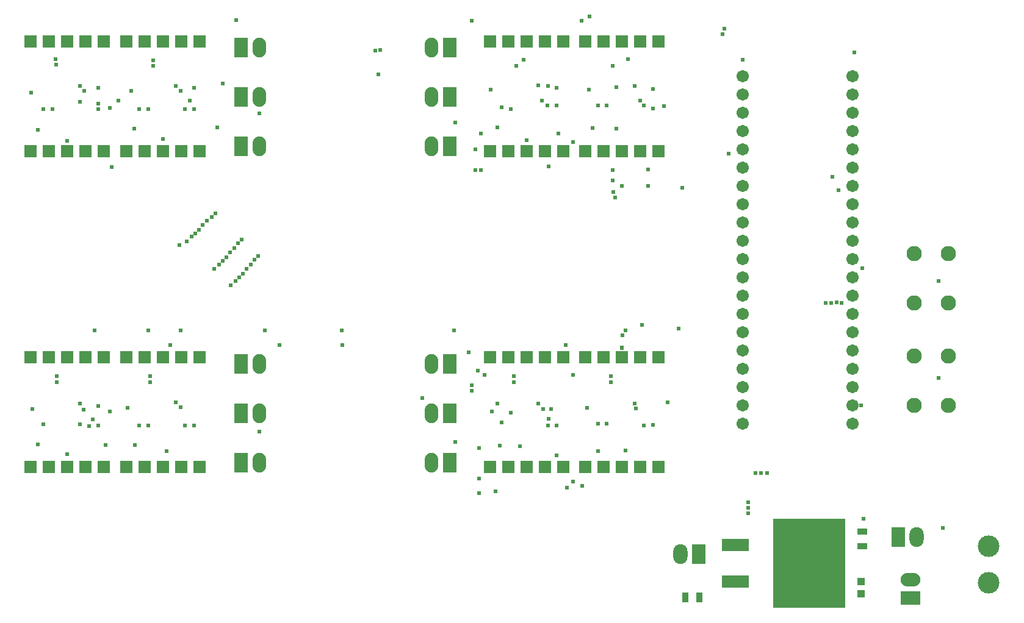
<source format=gts>
G04*
G04 #@! TF.GenerationSoftware,Altium Limited,Altium Designer,18.1.6 (161)*
G04*
G04 Layer_Color=8388736*
%FSTAX24Y24*%
%MOIN*%
G70*
G01*
G75*
%ADD26R,0.0552X0.0380*%
%ADD27R,0.1458X0.0710*%
%ADD28R,0.3919X0.4883*%
%ADD29R,0.0434X0.0395*%
%ADD30R,0.0380X0.0552*%
%ADD31C,0.0830*%
%ADD32C,0.0671*%
%ADD33R,0.0671X0.0671*%
%ADD34C,0.1180*%
%ADD35R,0.0780X0.1080*%
%ADD36O,0.0780X0.1080*%
%ADD37R,0.1080X0.0730*%
%ADD38O,0.1080X0.0730*%
%ADD39R,0.0730X0.1080*%
%ADD40O,0.0730X0.1080*%
%ADD41C,0.0237*%
D26*
X057Y01775D02*
D03*
Y01854D02*
D03*
D27*
X05005Y0158D02*
D03*
Y0178D02*
D03*
D28*
X054095Y0168D02*
D03*
D29*
X056927Y015151D02*
D03*
Y01582D02*
D03*
D30*
X0481Y01495D02*
D03*
X04731D02*
D03*
D31*
X05982Y02545D02*
D03*
X0617Y02816D02*
D03*
X05982D02*
D03*
X0617Y02545D02*
D03*
X05982Y03105D02*
D03*
X0617Y03376D02*
D03*
X05982D02*
D03*
X0617Y03105D02*
D03*
D32*
X05645Y03245D02*
D03*
Y03145D02*
D03*
Y02945D02*
D03*
Y03045D02*
D03*
Y02745D02*
D03*
Y02845D02*
D03*
Y02545D02*
D03*
Y02645D02*
D03*
Y02445D02*
D03*
Y04245D02*
D03*
Y04145D02*
D03*
Y03945D02*
D03*
Y04045D02*
D03*
Y03745D02*
D03*
Y03845D02*
D03*
Y03545D02*
D03*
Y03645D02*
D03*
Y03345D02*
D03*
Y03445D02*
D03*
X05045Y03345D02*
D03*
Y03245D02*
D03*
Y03045D02*
D03*
Y03145D02*
D03*
Y02845D02*
D03*
Y02945D02*
D03*
Y02645D02*
D03*
Y02745D02*
D03*
Y02445D02*
D03*
Y02545D02*
D03*
Y03545D02*
D03*
Y03445D02*
D03*
Y03745D02*
D03*
Y03645D02*
D03*
Y03945D02*
D03*
Y03845D02*
D03*
Y04145D02*
D03*
Y04045D02*
D03*
Y04245D02*
D03*
X05645Y04345D02*
D03*
X05045D02*
D03*
D33*
X01156Y028065D02*
D03*
X01256D02*
D03*
X01356D02*
D03*
X01456D02*
D03*
X01556D02*
D03*
Y022065D02*
D03*
X01456D02*
D03*
X01356D02*
D03*
X01256D02*
D03*
X01156D02*
D03*
X03666Y028065D02*
D03*
X03766D02*
D03*
X03866D02*
D03*
X03966D02*
D03*
X04066D02*
D03*
Y022065D02*
D03*
X03966D02*
D03*
X03866D02*
D03*
X03766D02*
D03*
X03666D02*
D03*
Y04535D02*
D03*
X03766D02*
D03*
X03866D02*
D03*
X03966D02*
D03*
X04066D02*
D03*
Y03935D02*
D03*
X03966D02*
D03*
X03866D02*
D03*
X03766D02*
D03*
X03666D02*
D03*
X01156Y04535D02*
D03*
X01256D02*
D03*
X01356D02*
D03*
X01456D02*
D03*
X01556D02*
D03*
Y03935D02*
D03*
X01456D02*
D03*
X01356D02*
D03*
X01256D02*
D03*
X01156D02*
D03*
X0168Y028065D02*
D03*
X0178D02*
D03*
X0188D02*
D03*
X0198D02*
D03*
X0208D02*
D03*
Y022065D02*
D03*
X0198D02*
D03*
X0188D02*
D03*
X0178D02*
D03*
X0168D02*
D03*
X04185Y028065D02*
D03*
X04285D02*
D03*
X04385D02*
D03*
X04485D02*
D03*
X04585D02*
D03*
Y022065D02*
D03*
X04485D02*
D03*
X04385D02*
D03*
X04285D02*
D03*
X04185D02*
D03*
Y04535D02*
D03*
X04285D02*
D03*
X04385D02*
D03*
X04485D02*
D03*
X04585D02*
D03*
Y03935D02*
D03*
X04485D02*
D03*
X04385D02*
D03*
X04285D02*
D03*
X04185D02*
D03*
X0168Y04535D02*
D03*
X0178D02*
D03*
X0188D02*
D03*
X0198D02*
D03*
X0208D02*
D03*
Y03935D02*
D03*
X0198D02*
D03*
X0188D02*
D03*
X0178D02*
D03*
X0168D02*
D03*
D34*
X0639Y01775D02*
D03*
Y01575D02*
D03*
D35*
X04805Y0173D02*
D03*
X05895Y01825D02*
D03*
D36*
X04705Y0173D02*
D03*
X05995Y01825D02*
D03*
D37*
X059632Y0149D02*
D03*
D38*
Y0159D02*
D03*
D39*
X02305Y022315D02*
D03*
Y025015D02*
D03*
Y027715D02*
D03*
X03445Y022322D02*
D03*
Y025022D02*
D03*
Y027722D02*
D03*
Y039607D02*
D03*
Y042307D02*
D03*
Y045007D02*
D03*
X02305Y0396D02*
D03*
Y0423D02*
D03*
Y045D02*
D03*
D40*
X02405Y022315D02*
D03*
Y025015D02*
D03*
Y027715D02*
D03*
X03345Y022322D02*
D03*
Y025022D02*
D03*
Y027722D02*
D03*
Y039607D02*
D03*
Y042307D02*
D03*
Y045007D02*
D03*
X02405Y0396D02*
D03*
Y0423D02*
D03*
Y045D02*
D03*
D41*
X03675Y0251D02*
D03*
X0373Y0245D02*
D03*
X03705Y02555D02*
D03*
X0372Y02325D02*
D03*
X03695Y02075D02*
D03*
X0383Y0232D02*
D03*
X0378Y02505D02*
D03*
X05705Y01925D02*
D03*
X0614Y01875D02*
D03*
X02405Y024D02*
D03*
Y0414D02*
D03*
X03475Y040908D02*
D03*
X0412Y03985D02*
D03*
X03475Y023435D02*
D03*
X0412Y021277D02*
D03*
X01635Y0421D02*
D03*
X0497Y0392D02*
D03*
X02175Y04065D02*
D03*
X04935Y04575D02*
D03*
X04945Y04605D02*
D03*
X0421Y0467D02*
D03*
X04165Y046471D02*
D03*
X057Y03295D02*
D03*
X05075Y01955D02*
D03*
X03985Y0247D02*
D03*
X04Y02525D02*
D03*
X03955D02*
D03*
X0393Y02555D02*
D03*
X043909Y029291D02*
D03*
X04495Y02985D02*
D03*
X04405Y02955D02*
D03*
X04695Y02965D02*
D03*
X04385Y03745D02*
D03*
Y0286D02*
D03*
X0412Y0271D02*
D03*
X04385Y02859D02*
D03*
X0188Y04D02*
D03*
X04635Y0256D02*
D03*
X04085Y02095D02*
D03*
X0403Y0227D02*
D03*
X03295Y02585D02*
D03*
X04405Y022977D02*
D03*
X04335Y03775D02*
D03*
X0197Y0342D02*
D03*
X01356Y02279D02*
D03*
X01475Y0243D02*
D03*
X01525Y0254D02*
D03*
X01425Y0244D02*
D03*
X019Y02295D02*
D03*
X0205Y02435D02*
D03*
X02D02*
D03*
X04355Y040585D02*
D03*
X04555Y04275D02*
D03*
X04485Y0421D02*
D03*
X040305Y0428D02*
D03*
X0403Y04185D02*
D03*
X0395Y0421D02*
D03*
X03866Y03995D02*
D03*
X01525Y0428D02*
D03*
X0205D02*
D03*
X02025Y0421D02*
D03*
X01356Y0399D02*
D03*
X01425Y04205D02*
D03*
X01525Y04195D02*
D03*
Y04165D02*
D03*
X0145Y04265D02*
D03*
X01425Y0429D02*
D03*
X06115Y03225D02*
D03*
Y02695D02*
D03*
X0286Y02875D02*
D03*
X02855Y02955D02*
D03*
X05045Y04435D02*
D03*
X05655Y04475D02*
D03*
X056927Y02545D02*
D03*
X05075Y02015D02*
D03*
X0518Y02175D02*
D03*
X05075Y01985D02*
D03*
X05145Y02175D02*
D03*
X05115D02*
D03*
X03605Y02065D02*
D03*
Y02145D02*
D03*
Y0231D02*
D03*
X0238Y0334D02*
D03*
X04325Y02705D02*
D03*
X0408Y02875D02*
D03*
X0355Y02835D02*
D03*
X03615Y0383D02*
D03*
X03585D02*
D03*
Y03945D02*
D03*
X0435Y0368D02*
D03*
X0434Y0371D02*
D03*
X03615Y0403D02*
D03*
X04355Y04285D02*
D03*
X04455Y0429D02*
D03*
X04335Y044D02*
D03*
X0442Y044365D02*
D03*
X0373Y04175D02*
D03*
X039812Y0429D02*
D03*
X0381Y044D02*
D03*
X0385Y04435D02*
D03*
X044635Y025293D02*
D03*
X0347Y02955D02*
D03*
X03635Y0271D02*
D03*
X036Y02735D02*
D03*
X02515Y02875D02*
D03*
X0192D02*
D03*
X01505Y02955D02*
D03*
X018D02*
D03*
X01975D02*
D03*
X024371D02*
D03*
X04255Y02295D02*
D03*
X0453Y03745D02*
D03*
X04335Y0383D02*
D03*
X0195Y0256D02*
D03*
X01975Y02535D02*
D03*
X03565Y046471D02*
D03*
X018Y024338D02*
D03*
X03565Y02655D02*
D03*
Y02625D02*
D03*
X039812Y02435D02*
D03*
X0225Y032D02*
D03*
X0216Y0329D02*
D03*
X0201Y0344D02*
D03*
X016005Y038495D02*
D03*
X022959Y032441D02*
D03*
X02315Y03265D02*
D03*
X02335Y0329D02*
D03*
X0236Y03315D02*
D03*
X024Y0336D02*
D03*
X020556Y034856D02*
D03*
X02035Y034685D02*
D03*
X0159Y0417D02*
D03*
X017235Y040585D02*
D03*
X02095Y0353D02*
D03*
X0212Y03555D02*
D03*
X02075Y03505D02*
D03*
X02205Y04305D02*
D03*
X0228Y0465D02*
D03*
X04555Y041695D02*
D03*
X04615Y0418D02*
D03*
X055Y03105D02*
D03*
X0553D02*
D03*
X043029Y041845D02*
D03*
X045295Y03835D02*
D03*
X04505Y041845D02*
D03*
X055579Y031071D02*
D03*
X05585Y03105D02*
D03*
X04715Y03735D02*
D03*
X04255Y02445D02*
D03*
X0557Y0372D02*
D03*
X05535Y03795D02*
D03*
X03055Y04355D02*
D03*
X030664Y044864D02*
D03*
X0304Y044863D02*
D03*
X0417Y02105D02*
D03*
X0403Y02435D02*
D03*
X0398Y04185D02*
D03*
X0404Y0403D02*
D03*
X0175Y04165D02*
D03*
X043029Y02445D02*
D03*
X045573Y024377D02*
D03*
X0231Y0345D02*
D03*
X02165Y03595D02*
D03*
X020485Y04165D02*
D03*
X04505Y02435D02*
D03*
X04325Y026715D02*
D03*
X0229Y0343D02*
D03*
X02145Y03575D02*
D03*
X02Y04165D02*
D03*
X0227Y03405D02*
D03*
X018Y04165D02*
D03*
X03795Y02705D02*
D03*
X02245Y0338D02*
D03*
X02205Y03335D02*
D03*
X02225Y03355D02*
D03*
X022767Y03225D02*
D03*
X01275Y04165D02*
D03*
X021867Y03315D02*
D03*
X01225Y04165D02*
D03*
X01195Y0405D02*
D03*
X04255Y04185D02*
D03*
X03985Y0385D02*
D03*
X0175Y024338D02*
D03*
X01525Y02435D02*
D03*
X01445Y0252D02*
D03*
X01425Y02555D02*
D03*
X01495Y02469D02*
D03*
X01195Y0233D02*
D03*
X0159Y0251D02*
D03*
X0181Y02705D02*
D03*
X01565Y023285D02*
D03*
X0378Y04165D02*
D03*
X01225Y0244D02*
D03*
X013Y02705D02*
D03*
Y026715D02*
D03*
X04195Y0253D02*
D03*
X04455Y02555D02*
D03*
X03795Y026715D02*
D03*
X017269Y023285D02*
D03*
X01685Y0253D02*
D03*
X0181Y026715D02*
D03*
X01165Y02525D02*
D03*
X04225Y0406D02*
D03*
X04205Y0427D02*
D03*
X0393Y04295D02*
D03*
X03705Y04065D02*
D03*
X0367Y0427D02*
D03*
X01705Y04265D02*
D03*
X01825Y044323D02*
D03*
X0195Y0429D02*
D03*
X01975Y04265D02*
D03*
X01825Y044015D02*
D03*
X01295Y044065D02*
D03*
X012927Y044373D02*
D03*
X0116Y04255D02*
D03*
M02*

</source>
